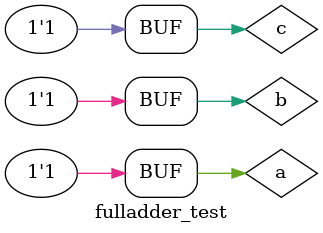
<source format=v>

`timescale 1 ns/10 ps

module fulladder(a,b,c,sum,carry);

   input a,b,c;
   output wire sum,carry;


assign sum=a^b^c;
assign carry=(a&b)|(b&c)|(c&a);
endmodule

module fulladder_test;
reg a,b,c;
wire sum,carry;

fulladder UUT(.a(a),.b(b),.c(c),.sum(sum),.carry(carry));
initial begin
$monitor($time,"a=%b b=%b c=%b sum=%b carry=%b",a,b,c,sum,carry);
a=0;
b=0;
c=0;
#10
a=0;
b=0;
c=1;
#10
a=0;
b=1;
c=0;
#10
a=0;
b=1;
c=1;
#10
a=1;
b=0;
c=0;
#10
a=1;
b=0;
c=1;
#10
a=1;
b=1;
c=0;
#10
a=1;
b=1;
c=1;
end
endmodule






</source>
